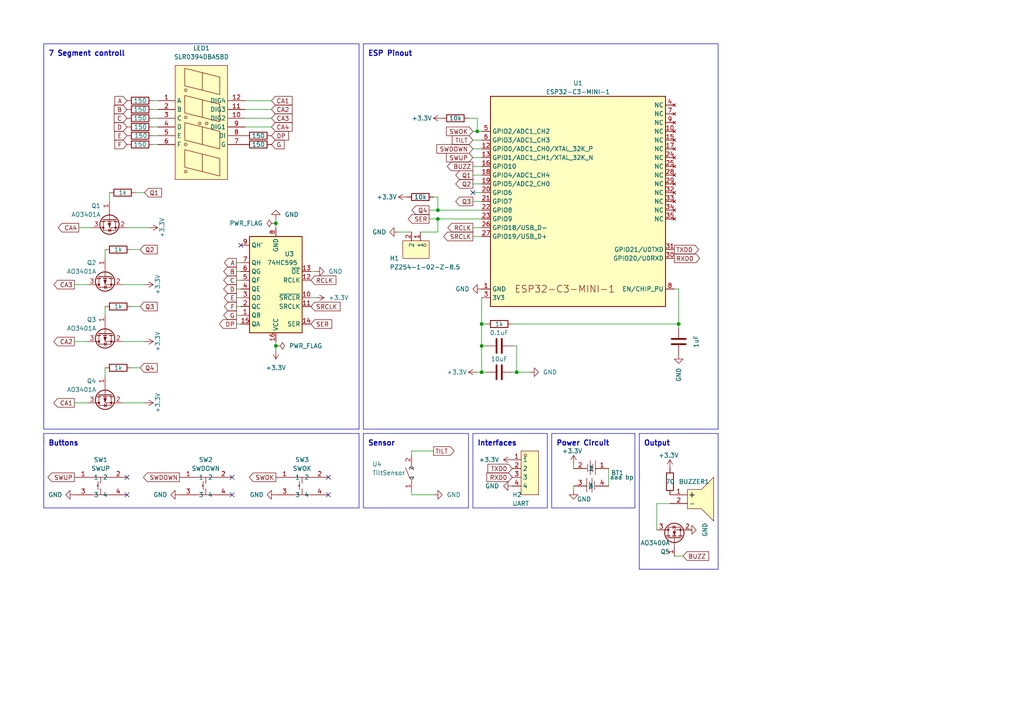
<source format=kicad_sch>
(kicad_sch (version 20230121) (generator eeschema)
  (paper "A4")
  (title_block (title "WildClock") (date "2023-02-17") (rev "0.1"))
  (lib_symbols
    (symbol "74xx:74HC595"
      (property "Reference" "U" (at -7.62 13.97 0))
      (property "Value" "74HC595" (at -7.62 -16.51 0))
      (symbol "74HC595_1_0"
        (pin tri_state line (at 10.16 7.62 180) (length 2.54) (name "QB") (number "1"))
        (pin input line (at -10.16 2.54 0) (length 2.54) (name "~{SRCLR}") (number "10"))
        (pin input line (at -10.16 5.08 0) (length 2.54) (name "SRCLK") (number "11"))
        (pin input line (at -10.16 -2.54 0) (length 2.54) (name "RCLK") (number "12"))
        (pin input line (at -10.16 -5.08 0) (length 2.54) (name "~{OE}") (number "13"))
        (pin input line (at -10.16 10.16 0) (length 2.54) (name "SER") (number "14"))
        (pin tri_state line (at 10.16 10.16 180) (length 2.54) (name "QA") (number "15"))
        (pin power_in line (at 0 15.24 270) (length 2.54) (name "VCC") (number "16"))
        (pin tri_state line (at 10.16 5.08 180) (length 2.54) (name "QC") (number "2"))
        (pin tri_state line (at 10.16 2.54 180) (length 2.54) (name "QD") (number "3"))
        (pin tri_state line (at 10.16 0 180) (length 2.54) (name "QE") (number "4"))
        (pin tri_state line (at 10.16 -2.54 180) (length 2.54) (name "QF") (number "5"))
        (pin tri_state line (at 10.16 -5.08 180) (length 2.54) (name "QG") (number "6"))
        (pin tri_state line (at 10.16 -7.62 180) (length 2.54) (name "QH") (number "7"))
        (pin power_in line (at 0 -17.78 90) (length 2.54) (name "GND") (number "8"))
        (pin output line (at 10.16 -12.7 180) (length 2.54) (name "QH'") (number "9"))
      )
      (symbol "74HC595_1_1"
        (rectangle (start -7.62 12.7) (end 7.62 -15.24) (stroke (width 0.254)) (fill (type background)))
      )
    )
    (symbol "Device:C" (pin_numbers hide) (pin_names (offset 0.254))
      (property "Reference" "C" (at 0.635 2.54 0))
      (property "Value" "C" (at 0.635 -2.54 0))
      (symbol "C_0_1"
        (polyline (pts (xy -2.032 -0.762) (xy 2.032 -0.762)) (stroke (width 0.508)))
        (polyline (pts (xy -2.032 0.762) (xy 2.032 0.762)) (stroke (width 0.508)))
      )
      (symbol "C_1_1"
        (pin passive line (at 0 3.81 270) (length 2.794) (name "~") (number "1"))
        (pin passive line (at 0 -3.81 90) (length 2.794) (name "~") (number "2"))
      )
    )
    (symbol "Device:R" (pin_numbers hide) (pin_names (offset 0))
      (property "Reference" "R" (at 2.032 0 90))
      (property "Value" "R" (at 0 0 90))
      (symbol "R_0_1"
        (rectangle (start -1.016 -2.54) (end 1.016 2.54) (stroke (width 0.254)))
      )
      (symbol "R_1_1"
        (pin passive line (at 0 3.81 270) (length 1.27) (name "~") (number "1"))
        (pin passive line (at 0 -3.81 90) (length 1.27) (name "~") (number "2"))
      )
    )
    (symbol "Espressif:ESP32-C3-MINI-1"
      (property "Reference" "U1" (at 0 34.29 0))
      (property "Value" "ESP32-C3-MINI-1" (at 0 31.75 0))
      (symbol "ESP32-C3-MINI-1_0_0"
        (text "ESP32-C3-MINI-1" (at -3.81 -25.4 0) (effects (font (size 2 2))))
      )
      (symbol "ESP32-C3-MINI-1_0_1"
        (rectangle (start -25.4 30.48) (end 25.4 -30.48) (stroke (width 0.254)) (fill (type background)))
      )
      (symbol "ESP32-C3-MINI-1_1_1"
        (pin power_in line (at -27.94 -25.4 0) (length 2.54) (name "GND") (number "1"))
        (pin no_connect line (at 27.94 20.32 180) (length 2.54) (name "NC") (number "10"))
        (pin bidirectional line (at -27.94 15.24 0) (length 2.54) (name "GPIO0/ADC1_CH0/XTAL_32K_P") (number "12"))
        (pin bidirectional line (at -27.94 12.7 0) (length 2.54) (name "GPIO1/ADC1_CH1/XTAL_32K_N") (number "13"))
        (pin no_connect line (at 27.94 17.78 180) (length 2.54) (name "NC") (number "15"))
        (pin bidirectional line (at -27.94 10.16 0) (length 2.54) (name "GPIO10") (number "16"))
        (pin no_connect line (at 27.94 15.24 180) (length 2.54) (name "NC") (number "17"))
        (pin bidirectional line (at -27.94 7.62 0) (length 2.54) (name "GPIO4/ADC1_CH4") (number "18"))
        (pin bidirectional line (at -27.94 5.08 0) (length 2.54) (name "GPIO5/ADC2_CH0") (number "19"))
        (pin passive line (at -27.94 -25.4 0) (length 2.54) hide (name "GND") (number "2"))
        (pin bidirectional line (at -27.94 2.54 0) (length 2.54) (name "GPIO6") (number "20"))
        (pin bidirectional line (at -27.94 0 0) (length 2.54) (name "GPIO7") (number "21"))
        (pin bidirectional line (at -27.94 -2.54 0) (length 2.54) (name "GPIO8") (number "22"))
        (pin bidirectional line (at -27.94 -5.08 0) (length 2.54) (name "GPIO9") (number "23"))
        (pin no_connect line (at 27.94 12.7 180) (length 2.54) (name "NC") (number "24"))
        (pin no_connect line (at 27.94 10.16 180) (length 2.54) (name "NC") (number "25"))
        (pin bidirectional line (at -27.94 -7.62 0) (length 2.54) (name "GPIO18/USB_D-") (number "26"))
        (pin bidirectional line (at -27.94 -10.16 0) (length 2.54) (name "GPIO19/USB_D+") (number "27"))
        (pin no_connect line (at 27.94 7.62 180) (length 2.54) (name "NC") (number "28"))
        (pin no_connect line (at 27.94 5.08 180) (length 2.54) (name "NC") (number "29"))
        (pin power_in line (at -27.94 -27.94 0) (length 2.54) (name "3V3") (number "3"))
        (pin bidirectional line (at 27.94 -16.51 180) (length 2.54) (name "GPIO20/U0RXD") (number "30"))
        (pin bidirectional line (at 27.94 -13.97 180) (length 2.54) (name "GPIO21/U0TXD") (number "31"))
        (pin no_connect line (at 27.94 2.54 180) (length 2.54) (name "NC") (number "32"))
        (pin no_connect line (at 27.94 0 180) (length 2.54) (name "NC") (number "33"))
        (pin no_connect line (at 27.94 -2.54 180) (length 2.54) (name "NC") (number "34"))
        (pin no_connect line (at 27.94 -5.08 180) (length 2.54) (name "NC") (number "35"))
        (pin passive line (at -27.94 -25.4 0) (length 2.54) hide (name "GND") (number "36"))
        (pin passive line (at -27.94 -25.4 0) (length 2.54) hide (name "GND") (number "37"))
        (pin passive line (at -27.94 -25.4 0) (length 2.54) hide (name "GND") (number "38"))
        (pin passive line (at -27.94 -25.4 0) (length 2.54) hide (name "GND") (number "39"))
        (pin no_connect line (at 27.94 27.94 180) (length 2.54) (name "NC") (number "4"))
        (pin passive line (at -27.94 -25.4 0) (length 2.54) hide (name "GND") (number "40"))
        (pin passive line (at -27.94 -25.4 0) (length 2.54) hide (name "GND") (number "41"))
        (pin passive line (at -27.94 -25.4 0) (length 2.54) hide (name "GND") (number "42"))
        (pin passive line (at -27.94 -25.4 0) (length 2.54) hide (name "GND") (number "43"))
        (pin passive line (at -27.94 -25.4 0) (length 2.54) hide (name "GND") (number "44"))
        (pin passive line (at -27.94 -25.4 0) (length 2.54) hide (name "GND") (number "45"))
        (pin passive line (at -27.94 -25.4 0) (length 2.54) hide (name "GND") (number "46"))
        (pin passive line (at -27.94 -25.4 0) (length 2.54) hide (name "GND") (number "47"))
        (pin passive line (at -27.94 -25.4 0) (length 2.54) hide (name "GND") (number "48"))
        (pin passive line (at -27.94 -25.4 0) (length 2.54) hide (name "GND") (number "49"))
        (pin bidirectional line (at -27.94 20.32 0) (length 2.54) (name "GPIO2/ADC1_CH2") (number "5"))
        (pin passive line (at -27.94 -25.4 0) (length 2.54) hide (name "GND") (number "50"))
        (pin passive line (at -27.94 -25.4 0) (length 2.54) hide (name "GND") (number "51"))
        (pin passive line (at -27.94 -25.4 0) (length 2.54) hide (name "GND") (number "52"))
        (pin passive line (at -27.94 -25.4 0) (length 2.54) hide (name "GND") (number "53"))
        (pin bidirectional line (at -27.94 17.78 0) (length 2.54) (name "GPIO3/ADC1_CH3") (number "6"))
        (pin no_connect line (at 27.94 25.4 180) (length 2.54) (name "NC") (number "7"))
        (pin input line (at 27.94 -25.4 180) (length 2.54) (name "EN/CHIP_PU") (number "8"))
        (pin no_connect line (at 27.94 22.86 180) (length 2.54) (name "NC") (number "9"))
      )
    )
    (symbol "Transistor_FET:AO3400A" (pin_names hide)
      (property "Reference" "Q" (at 5.08 1.905 0))
      (property "Value" "AO3400A" (at 5.08 0 0))
      (symbol "AO3400A_0_1"
        (polyline (pts (xy 0.254 0) (xy -2.54 0)))
        (polyline (pts (xy 0.254 1.905) (xy 0.254 -1.905)) (stroke (width 0.254)))
        (polyline (pts (xy 0.762 -1.27) (xy 0.762 -2.286)) (stroke (width 0.254)))
        (polyline (pts (xy 0.762 0.508) (xy 0.762 -0.508)) (stroke (width 0.254)))
        (polyline (pts (xy 0.762 2.286) (xy 0.762 1.27)) (stroke (width 0.254)))
        (polyline (pts (xy 2.54 2.54) (xy 2.54 1.778)))
        (polyline (pts (xy 2.54 -2.54) (xy 2.54 0) (xy 0.762 0)))
        (polyline (pts (xy 0.762 -1.778) (xy 3.302 -1.778) (xy 3.302 1.778) (xy 0.762 1.778)))
        (polyline (pts (xy 1.016 0) (xy 2.032 0.381) (xy 2.032 -0.381) (xy 1.016 0)) (fill (type outline)))
        (polyline (pts (xy 2.794 0.508) (xy 2.921 0.381) (xy 3.683 0.381) (xy 3.81 0.254)))
        (polyline (pts (xy 3.302 0.381) (xy 2.921 -0.254) (xy 3.683 -0.254) (xy 3.302 0.381)))
        (circle (center 1.651 0) (radius 2.794) (stroke (width 0.254)))
        (circle (center 2.54 -1.778) (radius 0.254) (fill (type outline)))
        (circle (center 2.54 1.778) (radius 0.254) (fill (type outline)))
      )
      (symbol "AO3400A_1_1"
        (pin input line (at -5.08 0 0) (length 2.54) (name "G") (number "1"))
        (pin passive line (at 2.54 -5.08 90) (length 2.54) (name "S") (number "2"))
        (pin passive line (at 2.54 5.08 270) (length 2.54) (name "D") (number "3"))
      )
    )
    (symbol "Transistor_FET:AO3401A" (pin_names hide)
      (property "Reference" "Q" (at 5.08 1.905 0))
      (property "Value" "AO3401A" (at 5.08 0 0))
      (symbol "AO3401A_0_1"
        (polyline (pts (xy 0.254 0) (xy -2.54 0)))
        (polyline (pts (xy 0.254 1.905) (xy 0.254 -1.905)) (stroke (width 0.254)))
        (polyline (pts (xy 0.762 -1.27) (xy 0.762 -2.286)) (stroke (width 0.254)))
        (polyline (pts (xy 0.762 0.508) (xy 0.762 -0.508)) (stroke (width 0.254)))
        (polyline (pts (xy 0.762 2.286) (xy 0.762 1.27)) (stroke (width 0.254)))
        (polyline (pts (xy 2.54 2.54) (xy 2.54 1.778)))
        (polyline (pts (xy 2.54 -2.54) (xy 2.54 0) (xy 0.762 0)))
        (polyline (pts (xy 0.762 1.778) (xy 3.302 1.778) (xy 3.302 -1.778) (xy 0.762 -1.778)))
        (polyline (pts (xy 2.286 0) (xy 1.27 0.381) (xy 1.27 -0.381) (xy 2.286 0)) (fill (type outline)))
        (polyline (pts (xy 2.794 -0.508) (xy 2.921 -0.381) (xy 3.683 -0.381) (xy 3.81 -0.254)))
        (polyline (pts (xy 3.302 -0.381) (xy 2.921 0.254) (xy 3.683 0.254) (xy 3.302 -0.381)))
        (circle (center 1.651 0) (radius 2.794) (stroke (width 0.254)))
        (circle (center 2.54 -1.778) (radius 0.254) (fill (type outline)))
        (circle (center 2.54 1.778) (radius 0.254) (fill (type outline)))
      )
      (symbol "AO3401A_1_1"
        (pin input line (at -5.08 0 0) (length 2.54) (name "G") (number "1"))
        (pin passive line (at 2.54 -5.08 90) (length 2.54) (name "S") (number "2"))
        (pin passive line (at 2.54 5.08 270) (length 2.54) (name "D") (number "3"))
      )
    )
    (symbol "easyeda2kicad:BH-AAA-B5AA001"
      (property "Reference" "BT" (at 0 7.62 0))
      (property "Value" "BH-AAA-B5AA001" (at 0 -7.62 0))
      (symbol "BH-AAA-B5AA001_0_1"
        (polyline (pts (xy -1.27 -0.25) (xy -1.27 -4.32)))
        (polyline (pts (xy -1.02 3.81) (xy -1.02 1.52)))
        (polyline (pts (xy -0.51 -1.27) (xy -0.51 -3.56)))
        (polyline (pts (xy -0.25 4.83) (xy -0.25 0.76)))
        (polyline (pts (xy 0.25 -0.25) (xy 0.25 -4.32)))
        (polyline (pts (xy 0.51 3.81) (xy 0.51 1.52)))
        (polyline (pts (xy 1.02 -1.27) (xy 1.02 -3.56)))
        (polyline (pts (xy 1.27 4.83) (xy 1.27 0.76)))
        (pin input line (at 5.08 2.54 180) (length 3.81) (name "1") (number "1"))
        (pin input line (at -5.08 2.54 0) (length 3.81) (name "2") (number "2"))
        (pin input line (at -5.08 -2.54 0) (length 3.81) (name "3") (number "3"))
        (pin input line (at 5.08 -2.54 180) (length 3.81) (name "4") (number "4"))
      )
    )
    (symbol "easyeda2kicad:GMC1209YB-25R2048"
      (property "Reference" "BUZZER" (at 0 5.08 0))
      (property "Value" "GMC1209YB-25R2048" (at 0 -7.62 0))
      (symbol "GMC1209YB-25R2048_0_1"
        (polyline (pts (xy 1.27 0.76) (xy 1.27 -0.76)))
        (polyline (pts (xy 2.03 0) (xy 0.51 0)))
        (polyline (pts (xy 4.06 -4.06) (xy 0 -4.06) (xy 0 1.52) (xy 4.06 1.52) (xy 7.62 5.08) (xy 7.62 -7.62) (xy 4.06 -4.06)) (fill (type background)))
        (pin unspecified line (at -5.08 0 0) (length 5.08) (name "+") (number "1"))
        (pin unspecified line (at -5.08 -2.54 0) (length 5.08) (name "-") (number "2"))
      )
    )
    (symbol "easyeda2kicad:PZ254-1-02-Z-8.5"
      (property "Reference" "H" (at 0 6.35 0))
      (property "Value" "PZ254-1-02-Z-8.5" (at 0 -6.35 0))
      (symbol "PZ254-1-02-Z-8.5_0_1"
        (rectangle (start -2.54 3.81) (end 2.54 -3.81) (fill (type background)))
        (circle (center -1.27 2.54) (radius 0.38))
        (pin unspecified line (at -5.08 1.27 0) (length 2.54) (name "1") (number "1"))
        (pin unspecified line (at -5.08 -1.27 0) (length 2.54) (name "2") (number "2"))
      )
    )
    (symbol "easyeda2kicad:PZ254-1-04-Z-8.5"
      (property "Reference" "H" (at 0 8.89 0))
      (property "Value" "PZ254-1-04-Z-8.5" (at 0 -8.89 0))
      (symbol "PZ254-1-04-Z-8.5_0_1"
        (rectangle (start -2.54 6.35) (end 2.54 -6.35) (fill (type background)))
        (circle (center -1.27 5.08) (radius 0.38))
        (pin unspecified line (at -5.08 3.81 0) (length 2.54) (name "1") (number "1"))
        (pin unspecified line (at -5.08 1.27 0) (length 2.54) (name "2") (number "2"))
        (pin unspecified line (at -5.08 -1.27 0) (length 2.54) (name "3") (number "3"))
        (pin unspecified line (at -5.08 -3.81 0) (length 2.54) (name "4") (number "4"))
      )
    )
    (symbol "easyeda2kicad:SLR0394DBA5BD"
      (property "Reference" "LED" (at 0 17.78 0))
      (property "Value" "SLR0394DBA5BD" (at 0 -17.78 0))
      (symbol "SLR0394DBA5BD_0_1"
        (rectangle (start -17.78 7.62) (end 15.24 -7.62) (fill (type background)))
        (circle (center -10.67 -4.57) (radius 0.38))
        (circle (center -2.79 -4.57) (radius 0.38))
        (circle (center -1.02 -0.51) (radius 0.38))
        (circle (center -1.02 1.52) (radius 0.38))
        (polyline (pts (xy -15.75 0.25) (xy -10.67 0.25)))
        (polyline (pts (xy -7.87 0.25) (xy -2.79 0.25)))
        (polyline (pts (xy 0 0.25) (xy 5.08 0.25)))
        (polyline (pts (xy 7.87 0.25) (xy 12.95 0.25)))
        (polyline (pts (xy -14.48 5.33) (xy -9.4 5.33) (xy -11.94 -4.83) (xy -17.02 -4.83) (xy -14.48 5.33)) (fill (type background)))
        (polyline (pts (xy -6.6 5.33) (xy -1.52 5.33) (xy -4.06 -4.83) (xy -9.14 -4.83) (xy -6.6 5.33)) (fill (type background)))
        (polyline (pts (xy 1.27 5.33) (xy 6.35 5.33) (xy 3.81 -4.83) (xy -1.27 -4.83) (xy 1.27 5.33)) (fill (type background)))
        (polyline (pts (xy 9.14 5.33) (xy 14.22 5.33) (xy 11.68 -4.83) (xy 6.6 -4.83) (xy 9.14 5.33)) (fill (type background)))
        (circle (center 5.08 -4.57) (radius 0.38))
        (circle (center 12.95 -4.57) (radius 0.38))
        (pin unspecified line (at -7.62 -12.7 90) (length 5.08) (name "A") (number "1"))
        (pin unspecified line (at -2.54 12.7 270) (length 5.08) (name "DIG2") (number "10"))
        (pin unspecified line (at -5.08 12.7 270) (length 5.08) (name "DIG3") (number "11"))
        (pin unspecified line (at -7.62 12.7 270) (length 5.08) (name "DIG4") (number "12"))
        (pin unspecified line (at -5.08 -12.7 90) (length 5.08) (name "B") (number "2"))
        (pin unspecified line (at -2.54 -12.7 90) (length 5.08) (name "C") (number "3"))
        (pin unspecified line (at 0 -12.7 90) (length 5.08) (name "D") (number "4"))
        (pin unspecified line (at 2.54 -12.7 90) (length 5.08) (name "E") (number "5"))
        (pin unspecified line (at 5.08 -12.7 90) (length 5.08) (name "F") (number "6"))
        (pin unspecified line (at 5.08 12.7 270) (length 5.08) (name "G") (number "7"))
        (pin unspecified line (at 2.54 12.7 270) (length 5.08) (name "DI") (number "8"))
        (pin unspecified line (at 0 12.7 270) (length 5.08) (name "DIG1") (number "9"))
      )
    )
    (symbol "easyeda2kicad:SW-520DS-AB12G"
      (property "Reference" "U" (at 0 5.08 0))
      (property "Value" "SW-520DS-AB12G" (at 0 -5.08 0))
      (symbol "SW-520DS-AB12G_0_1"
        (circle (center -1.52 0) (radius 0.38))
        (polyline (pts (xy -2.03 0) (xy -2.54 0)))
        (polyline (pts (xy -1.52 0.51) (xy 1.52 1.78)))
        (polyline (pts (xy 2.03 0) (xy 2.54 0)))
        (circle (center 1.52 0) (radius 0.38))
        (pin unspecified line (at -5.08 0 0) (length 2.54) (name "1") (number "1"))
        (pin unspecified line (at 5.08 0 180) (length 2.54) (name "2") (number "2"))
      )
    )
    (symbol "easyeda2kicad:TS-1002-10526"
      (property "Reference" "SW" (at 0 7.62 0))
      (property "Value" "TS-1002-10526" (at 0 -7.62 0))
      (symbol "TS-1002-10526_0_1"
        (polyline (pts (xy -2.54 -2.54) (xy 2.54 -2.54)))
        (polyline (pts (xy -2.54 2.54) (xy 2.54 2.54)))
        (polyline (pts (xy -0.76 1.27) (xy -0.76 -1.02)))
        (polyline (pts (xy 0 -2.54) (xy 0 -0.76)))
        (polyline (pts (xy 0 1.52) (xy 0 0.76)))
        (polyline (pts (xy 0 2.54) (xy 0 1.52)))
        (polyline (pts (xy -0.76 0.25) (xy -1.02 0.25) (xy -1.02 0) (xy -0.76 0)))
        (pin unspecified line (at -7.62 2.54 0) (length 5.08) (name "1") (number "1"))
        (pin unspecified line (at 7.62 2.54 180) (length 5.08) (name "2") (number "2"))
        (pin unspecified line (at -7.62 -2.54 0) (length 5.08) (name "3") (number "3"))
        (pin unspecified line (at 7.62 -2.54 180) (length 5.08) (name "4") (number "4"))
      )
    )
    (symbol "power:+3.3V" (power) (pin_names (offset 0))
      (property "Value" "+3.3V" (at 0 3.556 0))
      (symbol "+3.3V_0_1"
        (polyline (pts (xy -0.762 1.27) (xy 0 2.54)))
        (polyline (pts (xy 0 0) (xy 0 2.54)))
        (polyline (pts (xy 0 2.54) (xy 0.762 1.27)))
      )
      (symbol "+3.3V_1_1"
        (pin power_in line (at 0 0 90) (length 0) hide (name "+3.3V") (number "1"))
      )
    )
    (symbol "power:GND" (power) (pin_names (offset 0))
      (property "Value" "GND" (at 0 -3.81 0))
      (symbol "GND_0_1"
        (polyline (pts (xy 0 0) (xy 0 -1.27) (xy 1.27 -1.27) (xy 0 -2.54) (xy -1.27 -1.27) (xy 0 -1.27)))
      )
      (symbol "GND_1_1"
        (pin power_in line (at 0 0 270) (length 0) hide (name "GND") (number "1"))
      )
    )
    (symbol "power:PWR_FLAG" (power) (pin_numbers hide) (pin_names (offset 0) hide)
      (property "Value" "PWR_FLAG" (at 0 3.81 0))
      (symbol "PWR_FLAG_0_0"
        (pin power_out line (at 0 0 90) (length 0) (name "pwr") (number "1"))
      )
      (symbol "PWR_FLAG_0_1"
        (polyline (pts (xy 0 0) (xy 0 1.27) (xy -1.016 1.905) (xy 0 2.54) (xy 1.016 1.905) (xy 0 1.27)))
      )
    )
  )
  (junction (at 139.7 107.95))
  (junction (at 127 63.5))
  (junction (at 139.7 93.98))
  (junction (at 80.01 64.77))
  (junction (at 139.7 100.33))
  (junction (at 127 60.96))
  (junction (at 80.01 100.33))
  (junction (at 196.85 93.98))
  (junction (at 138.43 38.1))
  (junction (at 149.86 107.95))
  (no_connect (at 67.31 143.51))
  (no_connect (at 36.83 143.51))
  (no_connect (at 95.25 143.51))
  (no_connect (at 36.83 138.43))
  (no_connect (at 67.31 138.43))
  (no_connect (at 95.25 138.43))
  (no_connect (at 137.16 55.88))
  (no_connect (at 69.85 71.12))
  (wire (pts (xy 43.18 66.04) (xy 36.83 66.04)))
  (wire (pts (xy 149.86 107.95) (xy 153.67 107.95)))
  (wire (pts (xy 31.75 55.88) (xy 31.75 58.42)))
  (wire (pts (xy 90.17 78.74) (xy 91.44 78.74)))
  (polyline (pts (xy 160.02 147.32) (xy 184.15 147.32)))
  (polyline (pts (xy 12.7 124.46) (xy 104.14 124.46)))
  (wire (pts (xy 140.97 100.33) (xy 139.7 100.33)))
  (polyline (pts (xy 160.02 125.73) (xy 184.15 125.73)))
  (wire (pts (xy 137.16 45.72) (xy 139.7 45.72)))
  (polyline (pts (xy 104.14 124.46) (xy 104.14 12.7)))
  (wire (pts (xy 44.45 39.37) (xy 45.72 39.37)))
  (wire (pts (xy 68.58 93.98) (xy 69.85 93.98)))
  (polyline (pts (xy 105.41 12.7) (xy 208.28 12.7)))
  (wire (pts (xy 149.86 107.95) (xy 148.59 107.95)))
  (wire (pts (xy 196.85 83.82) (xy 196.85 93.98)))
  (wire (pts (xy 200.66 153.67) (xy 199.39 153.67)))
  (wire (pts (xy 119.38 142.24) (xy 119.38 143.51)))
  (wire (pts (xy 78.74 31.75) (xy 71.12 31.75)))
  (wire (pts (xy 68.58 76.2) (xy 69.85 76.2)))
  (polyline (pts (xy 208.28 124.46) (xy 208.28 12.7)))
  (wire (pts (xy 30.48 72.39) (xy 30.48 74.93)))
  (wire (pts (xy 140.97 107.95) (xy 139.7 107.95)))
  (wire (pts (xy 121.92 67.31) (xy 127 67.31)))
  (polyline (pts (xy 137.16 125.73) (xy 158.75 125.73)))
  (wire (pts (xy 139.7 100.33) (xy 139.7 107.95)))
  (wire (pts (xy 80.01 100.33) (xy 80.01 99.06)))
  (wire (pts (xy 138.43 38.1) (xy 139.7 38.1)))
  (polyline (pts (xy 208.28 165.1) (xy 208.28 125.73)))
  (wire (pts (xy 25.4 99.06) (xy 21.59 99.06)))
  (polyline (pts (xy 185.42 125.73) (xy 185.42 165.1)))
  (wire (pts (xy 25.4 116.84) (xy 21.59 116.84)))
  (wire (pts (xy 195.58 83.82) (xy 196.85 83.82)))
  (wire (pts (xy 44.45 41.91) (xy 45.72 41.91)))
  (wire (pts (xy 119.38 143.51) (xy 125.73 143.51)))
  (wire (pts (xy 137.16 50.8) (xy 139.7 50.8)))
  (wire (pts (xy 125.73 57.15) (xy 127 57.15)))
  (polyline (pts (xy 12.7 127) (xy 12.7 147.32)))
  (wire (pts (xy 41.91 82.55) (xy 35.56 82.55)))
  (polyline (pts (xy 105.41 125.73) (xy 135.89 125.73)))
  (polyline (pts (xy 137.16 125.73) (xy 137.16 147.32)))
  (wire (pts (xy 138.43 107.95) (xy 139.7 107.95)))
  (wire (pts (xy 127 57.15) (xy 127 60.96)))
  (wire (pts (xy 78.74 34.29) (xy 71.12 34.29)))
  (wire (pts (xy 124.46 60.96) (xy 127 60.96)))
  (wire (pts (xy 26.67 66.04) (xy 22.86 66.04)))
  (polyline (pts (xy 104.14 125.73) (xy 12.7 125.73)))
  (polyline (pts (xy 158.75 147.32) (xy 158.75 125.73)))
  (wire (pts (xy 127 67.31) (xy 127 63.5)))
  (wire (pts (xy 137.16 66.04) (xy 139.7 66.04)))
  (wire (pts (xy 124.46 63.5) (xy 127 63.5)))
  (polyline (pts (xy 104.14 12.7) (xy 12.7 12.7)))
  (wire (pts (xy 137.16 43.18) (xy 139.7 43.18)))
  (polyline (pts (xy 12.7 12.7) (xy 12.7 16.51)))
  (wire (pts (xy 68.58 86.36) (xy 69.85 86.36)))
  (polyline (pts (xy 185.42 125.73) (xy 208.28 125.73)))
  (wire (pts (xy 44.45 29.21) (xy 45.72 29.21)))
  (wire (pts (xy 137.16 48.26) (xy 139.7 48.26)))
  (wire (pts (xy 137.16 53.34) (xy 139.7 53.34)))
  (wire (pts (xy 166.37 134.62) (xy 166.37 135.89)))
  (wire (pts (xy 68.58 83.82) (xy 69.85 83.82)))
  (wire (pts (xy 139.7 86.36) (xy 139.7 93.98)))
  (wire (pts (xy 80.01 63.5) (xy 80.01 64.77)))
  (polyline (pts (xy 105.41 125.73) (xy 105.41 147.32)))
  (wire (pts (xy 149.86 100.33) (xy 148.59 100.33)))
  (wire (pts (xy 119.38 132.08) (xy 119.38 130.81)))
  (wire (pts (xy 30.48 106.68) (xy 30.48 109.22)))
  (wire (pts (xy 44.45 36.83) (xy 45.72 36.83)))
  (wire (pts (xy 38.1 88.9) (xy 40.64 88.9)))
  (wire (pts (xy 148.59 93.98) (xy 196.85 93.98)))
  (wire (pts (xy 140.97 93.98) (xy 139.7 93.98)))
  (wire (pts (xy 194.31 146.05) (xy 190.5 146.05)))
  (wire (pts (xy 137.16 58.42) (xy 139.7 58.42)))
  (wire (pts (xy 198.12 161.29) (xy 195.58 161.29)))
  (wire (pts (xy 137.16 55.88) (xy 139.7 55.88)))
  (polyline (pts (xy 12.7 16.51) (xy 12.7 124.46)))
  (wire (pts (xy 78.74 29.21) (xy 71.12 29.21)))
  (wire (pts (xy 25.4 82.55) (xy 21.59 82.55)))
  (wire (pts (xy 30.48 88.9) (xy 30.48 91.44)))
  (wire (pts (xy 78.74 36.83) (xy 71.12 36.83)))
  (wire (pts (xy 68.58 81.28) (xy 69.85 81.28)))
  (polyline (pts (xy 12.7 147.32) (xy 104.14 147.32)))
  (wire (pts (xy 119.38 130.81) (xy 125.73 130.81)))
  (wire (pts (xy 127 63.5) (xy 139.7 63.5)))
  (wire (pts (xy 68.58 88.9) (xy 69.85 88.9)))
  (wire (pts (xy 41.91 116.84) (xy 35.56 116.84)))
  (wire (pts (xy 190.5 146.05) (xy 190.5 153.67)))
  (wire (pts (xy 115.57 67.31) (xy 119.38 67.31)))
  (wire (pts (xy 137.16 68.58) (xy 139.7 68.58)))
  (wire (pts (xy 137.16 40.64) (xy 139.7 40.64)))
  (polyline (pts (xy 135.89 147.32) (xy 135.89 125.73)))
  (polyline (pts (xy 137.16 147.32) (xy 158.75 147.32)))
  (polyline (pts (xy 105.41 124.46) (xy 208.28 124.46)))
  (wire (pts (xy 68.58 91.44) (xy 69.85 91.44)))
  (wire (pts (xy 139.7 93.98) (xy 139.7 100.33)))
  (polyline (pts (xy 104.14 147.32) (xy 104.14 125.73)))
  (polyline (pts (xy 185.42 165.1) (xy 208.28 165.1)))
  (wire (pts (xy 135.89 34.29) (xy 138.43 34.29)))
  (polyline (pts (xy 12.7 125.73) (xy 12.7 128.27)))
  (wire (pts (xy 44.45 31.75) (xy 45.72 31.75)))
  (polyline (pts (xy 184.15 147.32) (xy 184.15 125.73)))
  (wire (pts (xy 90.17 86.36) (xy 91.44 86.36)))
  (wire (pts (xy 127 60.96) (xy 139.7 60.96)))
  (wire (pts (xy 38.1 72.39) (xy 40.64 72.39)))
  (wire (pts (xy 68.58 78.74) (xy 69.85 78.74)))
  (wire (pts (xy 80.01 101.6) (xy 80.01 100.33)))
  (wire (pts (xy 39.37 55.88) (xy 41.91 55.88)))
  (polyline (pts (xy 105.41 147.32) (xy 135.89 147.32)))
  (wire (pts (xy 137.16 38.1) (xy 138.43 38.1)))
  (polyline (pts (xy 160.02 125.73) (xy 160.02 147.32)))
  (wire (pts (xy 176.53 135.89) (xy 176.53 140.97)))
  (wire (pts (xy 44.45 34.29) (xy 45.72 34.29)))
  (wire (pts (xy 138.43 34.29) (xy 138.43 38.1)))
  (wire (pts (xy 80.01 64.77) (xy 80.01 66.04)))
  (wire (pts (xy 166.37 140.97) (xy 166.37 142.24)))
  (wire (pts (xy 149.86 100.33) (xy 149.86 107.95)))
  (wire (pts (xy 196.85 95.25) (xy 196.85 93.98)))
  (polyline (pts (xy 105.41 12.7) (xy 105.41 124.46)))
  (wire (pts (xy 38.1 106.68) (xy 40.64 106.68)))
  (wire (pts (xy 41.91 99.06) (xy 35.56 99.06)))
  (text "ESP Pinout" (at 106.68 16.51 0) (effects (font (size 1.5 1.5) (thickness 0.3) bold) (justify left bottom)))
  (text "Power Circuit" (at 161.29 129.54 0) (effects (font (size 1.5 1.5) bold) (justify left bottom)))
  (text "Buttons" (at 13.97 129.54 0) (effects (font (size 1.5 1.5) bold) (justify left bottom)))
  (text "7 Segment controll" (at 13.97 16.51 0) (effects (font (size 1.5 1.5) (thickness 0.3) bold) (justify left bottom)))
  (text "Output" (at 186.69 129.54 0) (effects (font (size 1.5 1.5) bold) (justify left bottom)))
  (text "Interfaces\n" (at 138.43 129.54 0) (effects (font (size 1.5 1.5) bold) (justify left bottom)))
  (text "Sensor" (at 106.68 129.54 0) (effects (font (size 1.5 1.5) bold) (justify left bottom)))
  (global_label "CA2" (shape output) (at 21.59 99.06 180) (property "Intersheetrefs" "${INTERSHEET_REFS}" (effects hide)))
  (global_label "SWOK" (shape input) (at 137.16 38.1 180) (property "Intersheetrefs" "${INTERSHEET_REFS}" (effects hide)))
  (global_label "RCLK" (shape output) (at 137.16 66.04 180) (property "Intersheetrefs" "${INTERSHEET_REFS}" (effects hide)))
  (global_label "RXD0" (shape input) (at 148.59 138.43 180) (property "Intersheetrefs" "${INTERSHEET_REFS}" (effects hide)))
  (global_label "TXD0" (shape output) (at 195.58 72.39 0) (property "Intersheetrefs" "${INTERSHEET_REFS}" (effects hide)))
  (global_label "CA4" (shape output) (at 22.86 66.04 180) (property "Intersheetrefs" "${INTERSHEET_REFS}" (effects hide)))
  (global_label "Q1" (shape input) (at 41.91 55.88 0) (property "Intersheetrefs" "${INTERSHEET_REFS}" (effects hide)))
  (global_label "CA4" (shape input) (at 78.74 36.83 0) (property "Intersheetrefs" "${INTERSHEET_REFS}" (effects hide)))
  (global_label "TXD0" (shape input) (at 148.59 135.89 180) (property "Intersheetrefs" "${INTERSHEET_REFS}" (effects hide)))
  (global_label "A" (shape output) (at 68.58 76.2 180) (property "Intersheetrefs" "${INTERSHEET_REFS}" (effects hide)))
  (global_label "SWUP" (shape output) (at 21.59 138.43 180) (property "Intersheetrefs" "${INTERSHEET_REFS}" (effects hide)))
  (global_label "CA3" (shape input) (at 78.74 34.29 0) (property "Intersheetrefs" "${INTERSHEET_REFS}" (effects hide)))
  (global_label "SWDOWN" (shape input) (at 137.16 43.18 180) (property "Intersheetrefs" "${INTERSHEET_REFS}" (effects hide)))
  (global_label "A" (shape input) (at 36.83 29.21 180) (property "Intersheetrefs" "${INTERSHEET_REFS}" (effects hide)))
  (global_label "CA2" (shape input) (at 78.74 31.75 0) (property "Intersheetrefs" "${INTERSHEET_REFS}" (effects hide)))
  (global_label "RCLK" (shape input) (at 90.17 81.28 0) (property "Intersheetrefs" "${INTERSHEET_REFS}" (effects hide)))
  (global_label "Q3" (shape input) (at 40.64 88.9 0) (property "Intersheetrefs" "${INTERSHEET_REFS}" (effects hide)))
  (global_label "F" (shape input) (at 36.83 41.91 180) (property "Intersheetrefs" "${INTERSHEET_REFS}" (effects hide)))
  (global_label "Q1" (shape output) (at 137.16 50.8 180) (property "Intersheetrefs" "${INTERSHEET_REFS}" (effects hide)))
  (global_label "BUZZ" (shape input) (at 198.12 161.29 0) (property "Intersheetrefs" "${INTERSHEET_REFS}" (effects hide)))
  (global_label "C" (shape output) (at 68.58 81.28 180) (property "Intersheetrefs" "${INTERSHEET_REFS}" (effects hide)))
  (global_label "G" (shape output) (at 68.58 91.44 180) (property "Intersheetrefs" "${INTERSHEET_REFS}" (effects hide)))
  (global_label "Q4" (shape input) (at 40.64 106.68 0) (property "Intersheetrefs" "${INTERSHEET_REFS}" (effects hide)))
  (global_label "F" (shape output) (at 68.58 88.9 180) (property "Intersheetrefs" "${INTERSHEET_REFS}" (effects hide)))
  (global_label "TILT" (shape output) (at 125.73 130.81 0) (property "Intersheetrefs" "${INTERSHEET_REFS}" (effects hide)))
  (global_label "B" (shape input) (at 36.83 31.75 180) (property "Intersheetrefs" "${INTERSHEET_REFS}" (effects hide)))
  (global_label "SER" (shape input) (at 90.17 93.98 0) (property "Intersheetrefs" "${INTERSHEET_REFS}" (effects hide)))
  (global_label "DP" (shape input) (at 78.74 39.37 0) (property "Intersheetrefs" "${INTERSHEET_REFS}" (effects hide)))
  (global_label "CA3" (shape output) (at 21.59 82.55 180) (property "Intersheetrefs" "${INTERSHEET_REFS}" (effects hide)))
  (global_label "Q2" (shape input) (at 40.64 72.39 0) (property "Intersheetrefs" "${INTERSHEET_REFS}" (effects hide)))
  (global_label "SRCLK" (shape output) (at 137.16 68.58 180) (property "Intersheetrefs" "${INTERSHEET_REFS}" (effects hide)))
  (global_label "E" (shape output) (at 68.58 86.36 180) (property "Intersheetrefs" "${INTERSHEET_REFS}" (effects hide)))
  (global_label "SRCLK" (shape input) (at 90.17 88.9 0) (property "Intersheetrefs" "${INTERSHEET_REFS}" (effects hide)))
  (global_label "E" (shape input) (at 36.83 39.37 180) (property "Intersheetrefs" "${INTERSHEET_REFS}" (effects hide)))
  (global_label "B" (shape output) (at 68.58 78.74 180) (property "Intersheetrefs" "${INTERSHEET_REFS}" (effects hide)))
  (global_label "TILT" (shape input) (at 137.16 40.64 180) (property "Intersheetrefs" "${INTERSHEET_REFS}" (effects hide)))
  (global_label "RXD0" (shape output) (at 195.58 74.93 0) (property "Intersheetrefs" "${INTERSHEET_REFS}" (effects hide)))
  (global_label "D" (shape input) (at 36.83 36.83 180) (property "Intersheetrefs" "${INTERSHEET_REFS}" (effects hide)))
  (global_label "BUZZ" (shape output) (at 137.16 48.26 180) (property "Intersheetrefs" "${INTERSHEET_REFS}" (effects hide)))
  (global_label "C" (shape input) (at 36.83 34.29 180) (property "Intersheetrefs" "${INTERSHEET_REFS}" (effects hide)))
  (global_label "G" (shape input) (at 78.74 41.91 0) (property "Intersheetrefs" "${INTERSHEET_REFS}" (effects hide)))
  (global_label "CA1" (shape output) (at 21.59 116.84 180) (property "Intersheetrefs" "${INTERSHEET_REFS}" (effects hide)))
  (global_label "Q3" (shape output) (at 137.16 58.42 180) (property "Intersheetrefs" "${INTERSHEET_REFS}" (effects hide)))
  (global_label "SER" (shape output) (at 124.46 63.5 180) (property "Intersheetrefs" "${INTERSHEET_REFS}" (effects hide)))
  (global_label "SWDOWN" (shape output) (at 52.07 138.43 180) (property "Intersheetrefs" "${INTERSHEET_REFS}" (effects hide)))
  (global_label "Q4" (shape output) (at 124.46 60.96 180) (property "Intersheetrefs" "${INTERSHEET_REFS}" (effects hide)))
  (global_label "D" (shape output) (at 68.58 83.82 180) (property "Intersheetrefs" "${INTERSHEET_REFS}" (effects hide)))
  (global_label "SWOK" (shape output) (at 80.01 138.43 180) (property "Intersheetrefs" "${INTERSHEET_REFS}" (effects hide)))
  (global_label "SWUP" (shape input) (at 137.16 45.72 180) (property "Intersheetrefs" "${INTERSHEET_REFS}" (effects hide)))
  (global_label "CA1" (shape input) (at 78.74 29.21 0) (property "Intersheetrefs" "${INTERSHEET_REFS}" (effects hide)))
  (global_label "Q2" (shape output) (at 137.16 53.34 180) (property "Intersheetrefs" "${INTERSHEET_REFS}" (effects hide)))
  (global_label "DP" (shape output) (at 68.58 93.98 180) (property "Intersheetrefs" "${INTERSHEET_REFS}" (effects hide)))
  (symbol (lib_id "power:GND") (at 153.67 107.95 90) (unit 1)
    (property "Reference" "#PWR023" (effects hide))
    (property "Value" "GND" (at 157.48 107.9499 90) (effects (justify right)))
  )
  (symbol (lib_id "power:PWR_FLAG") (at 80.01 100.33 270) (unit 1)
    (property "Reference" "#FLG02" (effects hide))
    (property "Value" "PWR_FLAG" (at 83.82 100.3299 90) (effects (justify left)))
  )
  (symbol (lib_id "easyeda2kicad:TS-1002-10526") (at 59.69 140.97 0) (unit 1)
    (property "Reference" "SW2" (at 59.69 133.35 0))
    (property "Value" "SWDOWN" (at 59.69 135.89 0))
    (property "Footprint" "easyeda2kicad:SW-TH_4P-L6.0-W6.0-P4.50-LS6.5" (effects hide))
    (property "Datasheet" "https://lcsc.com/product-detail/Tactile-Switches_XUNPU-TS-1002-10526_C455102.html" (effects hide))
    (property "Manufacturer" "XUNPU(讯普)" (effects hide))
    (property "LCSC Part" "C455102" (effects hide))
    (property "JLC Part" "Extended Part" (effects hide))
  )
  (symbol (lib_id "easyeda2kicad:SW-520DS-AB12G") (at 119.38 137.16 90) (unit 1)
    (property "Reference" "U4" (at 107.95 134.62 90) (effects (justify right)))
    (property "Value" "TiltSensor" (at 107.95 137.16 90) (effects (justify right)))
    (property "Footprint" "easyeda2kicad:SENSOR-TH_SW-520DS-AB12G" (effects hide))
    (property "Manufacturer" "XKB Connectivity(中国星坤)" (effects hide))
    (property "LCSC Part" "C2905288" (effects hide))
    (property "JLC Part" "Extended Part" (effects hide))
  )
  (symbol (lib_id "Device:R") (at 40.64 36.83 270) (unit 1)
    (property "Reference" "R10" (effects hide))
    (property "Value" "150" (at 40.7168 36.83 90))
    (property "Footprint" "Resistor_SMD:R_0805_2012Metric" (effects hide))
  )
  (symbol (lib_id "power:+3.3V") (at 41.91 82.55 270) (unit 1)
    (property "Reference" "#PWR06" (effects hide))
    (property "Value" "+3.3V" (at 45.72 82.55 0))
  )
  (symbol (lib_id "Device:R") (at 34.29 72.39 90) (unit 1)
    (property "Reference" "R3" (effects hide))
    (property "Value" "1k" (at 34.29 72.39 90))
    (property "Footprint" "Resistor_SMD:R_0805_2012Metric" (effects hide))
  )
  (symbol (lib_id "Device:R") (at 40.64 29.21 270) (unit 1)
    (property "Reference" "R7" (effects hide))
    (property "Value" "150" (at 40.64 29.21 90))
    (property "Footprint" "Resistor_SMD:R_0805_2012Metric" (effects hide))
  )
  (symbol (lib_id "Device:R") (at 74.93 41.91 90) (unit 1)
    (property "Reference" "R13" (effects hide))
    (property "Value" "150" (at 74.93 41.91 90))
    (property "Footprint" "Resistor_SMD:R_0805_2012Metric" (effects hide))
  )
  (symbol (lib_id "Transistor_FET:AO3401A") (at 31.75 63.5 90) (mirror x) (unit 1)
    (property "Reference" "Q1" (at 29.21 59.69 90) (effects (justify left)))
    (property "Value" "AO3401A" (at 29.21 62.23 90) (effects (justify left)))
    (property "Footprint" "Package_TO_SOT_SMD:SOT-23" (effects hide))
    (property "Datasheet" "http://www.aosmd.com/pdfs/datasheet/AO3401A.pdf" (effects hide))
  )
  (symbol (lib_id "easyeda2kicad:BH-AAA-B5AA001") (at 171.45 138.43 0) (unit 1)
    (property "Reference" "BT1" (at 179.07 137.16 0))
    (property "Value" "aaa bp" (at 180.34 138.43 0))
    (property "Footprint" "easyeda2kicad:BAT-SMD_BH-AAA-B5AA001" (effects hide))
    (property "Manufacturer" "MYOUNG(美阳)" (effects hide))
    (property "LCSC Part" "C964881" (effects hide))
    (property "JLC Part" "Extended Part" (effects hide))
  )
  (symbol (lib_id "power:GND") (at 148.59 140.97 270) (unit 1)
    (property "Reference" "#PWR018" (effects hide))
    (property "Value" "GND" (at 144.78 140.9701 90) (effects (justify right)))
  )
  (symbol (lib_id "power:GND") (at 115.57 67.31 270) (mirror x) (unit 1)
    (property "Reference" "#PWR017" (effects hide))
    (property "Value" "GND" (at 107.95 67.31 90) (effects (justify left)))
  )
  (symbol (lib_id "power:PWR_FLAG") (at 80.01 64.77 90) (unit 1)
    (property "Reference" "#FLG01" (effects hide))
    (property "Value" "PWR_FLAG" (at 76.2 64.7699 90) (effects (justify left)))
  )
  (symbol (lib_id "power:+3.3V") (at 91.44 86.36 270) (unit 1)
    (property "Reference" "#PWR015" (effects hide))
    (property "Value" "+3.3V" (at 95.25 86.3599 90) (effects (justify left)))
  )
  (symbol (lib_id "Device:R") (at 34.29 106.68 90) (unit 1)
    (property "Reference" "R5" (effects hide))
    (property "Value" "1k" (at 34.29 106.68 90))
    (property "Footprint" "Resistor_SMD:R_0805_2012Metric" (effects hide))
  )
  (symbol (lib_id "power:+3.3V") (at 43.18 66.04 270) (unit 1)
    (property "Reference" "#PWR04" (effects hide))
    (property "Value" "+3.3V" (at 46.99 66.04 0))
  )
  (symbol (lib_id "power:GND") (at 80.01 63.5 180) (unit 1)
    (property "Reference" "#PWR011" (effects hide))
    (property "Value" "GND" (at 82.55 62.2299 0) (effects (justify right)))
  )
  (symbol (lib_id "Device:R") (at 40.64 39.37 270) (unit 1)
    (property "Reference" "R11" (effects hide))
    (property "Value" "150" (at 40.8327 39.37 90))
    (property "Footprint" "Resistor_SMD:R_0805_2012Metric" (effects hide))
  )
  (symbol (lib_id "Transistor_FET:AO3401A") (at 30.48 96.52 90) (mirror x) (unit 1)
    (property "Reference" "Q3" (at 27.94 92.71 90) (effects (justify left)))
    (property "Value" "AO3401A" (at 27.94 95.25 90) (effects (justify left)))
    (property "Footprint" "Package_TO_SOT_SMD:SOT-23" (effects hide))
    (property "Datasheet" "http://www.aosmd.com/pdfs/datasheet/AO3401A.pdf" (effects hide))
  )
  (symbol (lib_id "easyeda2kicad:TS-1002-10526") (at 29.21 140.97 0) (unit 1)
    (property "Reference" "SW1" (at 29.21 133.35 0))
    (property "Value" "SWUP" (at 29.21 135.89 0))
    (property "Footprint" "easyeda2kicad:SW-TH_4P-L6.0-W6.0-P4.50-LS6.5" (effects hide))
    (property "Datasheet" "https://lcsc.com/product-detail/Tactile-Switches_XUNPU-TS-1002-10526_C455102.html" (effects hide))
    (property "Manufacturer" "XUNPU(讯普)" (effects hide))
    (property "LCSC Part" "C455102" (effects hide))
    (property "JLC Part" "Extended Part" (effects hide))
  )
  (symbol (lib_id "Transistor_FET:AO3400A") (at 195.58 156.21 90) (unit 1)
    (property "Reference" "Q5" (at 194.31 160.02 90) (effects (justify left)))
    (property "Value" "AO3400A" (at 194.31 157.48 90) (effects (justify left)))
    (property "Footprint" "Package_TO_SOT_SMD:SOT-23" (effects hide))
    (property "Datasheet" "http://www.aosmd.com/pdfs/datasheet/AO3400A.pdf" (effects hide))
  )
  (symbol (lib_id "power:+3.3V") (at 166.37 134.62 0) (unit 1)
    (property "Reference" "#PWR024" (effects hide))
    (property "Value" "+3.3V" (at 168.91 130.81 0) (effects (justify right)))
  )
  (symbol (lib_id "74xx:74HC595") (at 80.01 83.82 180) (unit 1)
    (property "Reference" "U3" (at 82.55 73.66 0) (effects (justify right)))
    (property "Value" "74HC595" (at 77.47 76.2 0) (effects (justify right)))
    (property "Footprint" "easyeda2kicad:SOIC-16_L9.9-W3.9-P1.27-LS6.0-BL" (effects hide))
    (property "Datasheet" "http://www.ti.com/lit/ds/symlink/sn74hc595.pdf" (effects hide))
  )
  (symbol (lib_id "easyeda2kicad:PZ254-1-02-Z-8.5") (at 120.65 72.39 270) (unit 1)
    (property "Reference" "H1" (at 113.03 74.93 90) (effects (justify left)))
    (property "Value" "PZ254-1-02-Z-8.5" (at 113.03 77.47 90) (effects (justify left)))
    (property "Footprint" "easyeda2kicad:HDR-TH_2P-P2.54-V-M" (effects hide))
    (property "Manufacturer" "HCTL(华灿天禄)" (effects hide))
    (property "LCSC Part" "C2894925" (effects hide))
    (property "JLC Part" "Extended Part" (effects hide))
  )
  (symbol (lib_id "Espressif:ESP32-C3-MINI-1") (at 167.64 58.42 0) (unit 1)
    (property "Reference" "U1" (at 167.64 24.13 0))
    (property "Value" "ESP32-C3-MINI-1" (at 167.64 26.67 0))
    (property "Footprint" "Espressif:ESP32-C3-MINI-1" (effects hide))
    (property "Datasheet" "https://www.espressif.com/sites/default/files/documentation/esp32-c3-mini-1_datasheet_en.pdf" (effects hide))
  )
  (symbol (lib_id "Device:R") (at 34.29 88.9 90) (unit 1)
    (property "Reference" "R4" (effects hide))
    (property "Value" "1k" (at 34.29 88.9 90))
    (property "Footprint" "Resistor_SMD:R_0805_2012Metric" (effects hide))
  )
  (symbol (lib_id "easyeda2kicad:PZ254-1-04-Z-8.5") (at 153.67 137.16 0) (unit 1)
    (property "Reference" "H2" (at 148.59 143.51 0) (effects (justify left)))
    (property "Value" "UART" (at 148.59 146.05 0) (effects (justify left)))
    (property "Footprint" "easyeda2kicad:HDR-TH_4P-P2.54-V-M" (effects hide))
    (property "Datasheet" "https://www.lcsc.com/product-detail/Pin-Headers_HCTL-PZ200-1-04-Z_C2905950.html" (effects hide))
    (property "Manufacturer" "HCTL(华灿天禄)" (effects hide))
    (property "LCSC Part" "C2894927" (effects hide))
    (property "JLC Part" "Extended Part" (effects hide))
  )
  (symbol (lib_id "power:+3.3V") (at 80.01 101.6 180) (unit 1)
    (property "Reference" "#PWR016" (effects hide))
    (property "Value" "+3.3V" (at 80.01 106.68 0))
  )
  (symbol (lib_id "Device:R") (at 132.08 34.29 270) (unit 1)
    (property "Reference" "R16" (effects hide))
    (property "Value" "10k" (at 132.08 34.29 90))
    (property "Footprint" "Resistor_SMD:R_0805_2012Metric" (effects hide))
  )
  (symbol (lib_id "power:+3.3V") (at 138.43 107.95 90) (unit 1)
    (property "Reference" "#PWR022" (effects hide))
    (property "Value" "+3.3V" (at 129.54 107.95 90) (effects (justify right)))
  )
  (symbol (lib_id "power:GND") (at 125.73 143.51 90) (unit 1)
    (property "Reference" "#PWR07" (effects hide))
    (property "Value" "GND" (at 129.54 143.5099 90) (effects (justify right)))
  )
  (symbol (lib_id "power:GND") (at 166.37 142.24 0) (unit 1)
    (property "Reference" "#PWR025" (effects hide))
    (property "Value" "GND" (at 171.45 144.78 0) (effects (justify right)))
  )
  (symbol (lib_id "power:+3.3V") (at 148.59 133.35 90) (unit 1)
    (property "Reference" "#PWR019" (effects hide))
    (property "Value" "+3.3V" (at 144.78 133.3501 90) (effects (justify left)))
  )
  (symbol (lib_id "Device:R") (at 40.64 41.91 270) (unit 1)
    (property "Reference" "R12" (effects hide))
    (property "Value" "150" (at 40.64 41.91 90))
    (property "Footprint" "Resistor_SMD:R_0805_2012Metric" (effects hide))
  )
  (symbol (lib_id "Device:C") (at 144.78 107.95 270) (unit 1)
    (property "Reference" "C1" (effects hide))
    (property "Value" "10uF" (at 144.78 104.14 90))
    (property "Footprint" "Capacitor_SMD:C_0805_2012Metric" (effects hide))
  )
  (symbol (lib_id "Device:R") (at 40.64 31.75 270) (unit 1)
    (property "Reference" "R8" (effects hide))
    (property "Value" "150" (at 40.64 31.75 90))
    (property "Footprint" "Resistor_SMD:R_0805_2012Metric" (effects hide))
  )
  (symbol (lib_id "easyeda2kicad:TS-1002-10526") (at 87.63 140.97 0) (unit 1)
    (property "Reference" "SW3" (at 87.63 133.35 0))
    (property "Value" "SWOK" (at 87.63 135.89 0))
    (property "Footprint" "easyeda2kicad:SW-TH_4P-L6.0-W6.0-P4.50-LS6.5" (effects hide))
    (property "Datasheet" "https://lcsc.com/product-detail/Tactile-Switches_XUNPU-TS-1002-10526_C455102.html" (effects hide))
    (property "Manufacturer" "XUNPU(讯普)" (effects hide))
    (property "LCSC Part" "C455102" (effects hide))
    (property "JLC Part" "Extended Part" (effects hide))
  )
  (symbol (lib_id "Device:R") (at 121.92 57.15 270) (unit 1)
    (property "Reference" "R6" (effects hide))
    (property "Value" "10k" (at 121.92 57.15 90))
    (property "Footprint" "Resistor_SMD:R_0805_2012Metric" (effects hide))
  )
  (symbol (lib_id "power:GND") (at 80.01 143.51 270) (mirror x) (unit 1)
    (property "Reference" "#PWR05" (effects hide))
    (property "Value" "GND" (at 72.39 143.51 90) (effects (justify left)))
  )
  (symbol (lib_id "power:GND") (at 139.7 83.82 270) (unit 1)
    (property "Reference" "#PWR020" (effects hide))
    (property "Value" "GND" (at 132.08 83.82 90) (effects (justify left)))
  )
  (symbol (lib_id "Transistor_FET:AO3401A") (at 30.48 114.3 90) (mirror x) (unit 1)
    (property "Reference" "Q4" (at 27.94 110.49 90) (effects (justify left)))
    (property "Value" "AO3401A" (at 27.94 113.03 90) (effects (justify left)))
    (property "Footprint" "Package_TO_SOT_SMD:SOT-23" (effects hide))
    (property "Datasheet" "http://www.aosmd.com/pdfs/datasheet/AO3401A.pdf" (effects hide))
  )
  (symbol (lib_id "Device:C") (at 196.85 99.06 180) (unit 1)
    (property "Reference" "C3" (effects hide))
    (property "Value" "1uF" (at 201.93 99.06 90))
    (property "Footprint" "Capacitor_SMD:C_0805_2012Metric" (effects hide))
  )
  (symbol (lib_id "Device:R") (at 194.31 139.7 0) (unit 1)
    (property "Reference" "R2" (effects hide))
    (property "Value" "70" (at 193.04 139.7 0) (effects (justify left)))
    (property "Footprint" "Resistor_SMD:R_0805_2012Metric" (effects hide))
  )
  (symbol (lib_id "easyeda2kicad:SLR0394DBA5BD") (at 58.42 36.83 270) (unit 1)
    (property "Reference" "LED1" (at 58.42 13.97 90))
    (property "Value" "SLR0394DBA5BD" (at 58.42 16.51 90))
    (property "Footprint" "easyeda2kicad:LED-SEG-TH_SLR0394DBA5BD" (effects hide))
    (property "Datasheet" "https://lcsc.com/product-detail/Led-Segment-Display_SUNLIGHT-SLR0394DBA5BD_C225903.html" (effects hide))
    (property "Manufacturer" "SUNLIGHT(光华)" (effects hide))
    (property "LCSC Part" "C225903" (effects hide))
    (property "JLC Part" "Extended Part" (effects hide))
  )
  (symbol (lib_id "Transistor_FET:AO3401A") (at 30.48 80.01 90) (mirror x) (unit 1)
    (property "Reference" "Q2" (at 27.94 76.2 90) (effects (justify left)))
    (property "Value" "AO3401A" (at 27.94 78.74 90) (effects (justify left)))
    (property "Footprint" "Package_TO_SOT_SMD:SOT-23" (effects hide))
    (property "Datasheet" "http://www.aosmd.com/pdfs/datasheet/AO3401A.pdf" (effects hide))
  )
  (symbol (lib_id "Device:R") (at 40.64 34.29 270) (unit 1)
    (property "Reference" "R9" (effects hide))
    (property "Value" "150" (at 40.64 34.29 90))
    (property "Footprint" "Resistor_SMD:R_0805_2012Metric" (effects hide))
  )
  (symbol (lib_id "Device:R") (at 144.78 93.98 270) (unit 1)
    (property "Reference" "R15" (effects hide))
    (property "Value" "1k" (at 144.78 93.98 90))
    (property "Footprint" "Resistor_SMD:R_0805_2012Metric" (effects hide))
  )
  (symbol (lib_id "power:GND") (at 199.39 153.67 90) (unit 1)
    (property "Reference" "#PWR01" (effects hide))
    (property "Value" "GND" (at 204.47 153.67 0))
  )
  (symbol (lib_id "power:GND") (at 52.07 143.51 270) (mirror x) (unit 1)
    (property "Reference" "#PWR03" (effects hide))
    (property "Value" "GND" (at 44.45 143.51 90) (effects (justify left)))
  )
  (symbol (lib_id "power:+3.3V") (at 41.91 99.06 270) (unit 1)
    (property "Reference" "#PWR010" (effects hide))
    (property "Value" "+3.3V" (at 45.72 99.06 0))
  )
  (symbol (lib_id "Device:C") (at 144.78 100.33 270) (unit 1)
    (property "Reference" "C2" (effects hide))
    (property "Value" "0.1uF" (at 144.78 96.52 90))
    (property "Footprint" "Capacitor_SMD:C_0805_2012Metric" (effects hide))
  )
  (symbol (lib_id "power:+3.3V") (at 41.91 116.84 270) (unit 1)
    (property "Reference" "#PWR012" (effects hide))
    (property "Value" "+3.3V" (at 45.72 116.84 0))
  )
  (symbol (lib_id "power:+3.3V") (at 194.31 135.89 0) (unit 1)
    (property "Reference" "#PWR08" (effects hide))
    (property "Value" "+3.3V" (at 196.85 132.08 0) (effects (justify right)))
  )
  (symbol (lib_id "power:GND") (at 196.85 102.87 0) (unit 1)
    (property "Reference" "#PWR021" (effects hide))
    (property "Value" "GND" (at 196.8501 106.68 90) (effects (justify right)))
  )
  (symbol (lib_id "power:GND") (at 91.44 78.74 90) (unit 1)
    (property "Reference" "#PWR013" (effects hide))
    (property "Value" "GND" (at 95.25 78.7399 90) (effects (justify right)))
  )
  (symbol (lib_id "power:+3.3V") (at 128.27 34.29 90) (unit 1)
    (property "Reference" "#PWR09" (effects hide))
    (property "Value" "+3.3V" (at 119.38 34.29 90) (effects (justify right)))
  )
  (symbol (lib_id "easyeda2kicad:GMC1209YB-25R2048") (at 199.39 143.51 0) (unit 1)
    (property "Reference" "BUZZER1" (at 196.85 139.7 0) (effects (justify left)))
    (property "Value" "GMC1209YB-25R2048" (effects hide))
    (property "Footprint" "easyeda2kicad:BUZ-TH_BD12.0-P6.50-D0.6-FD" (effects hide))
    (property "Datasheet" "https://lcsc.com/product-detail/Buzzers_INGHAi-GMC1209YB-25R2048_C252921.html" (effects hide))
    (property "Manufacturer" "INGHAi(赢海)" (effects hide))
    (property "LCSC Part" "C252921" (effects hide))
    (property "JLC Part" "Extended Part" (effects hide))
  )
  (symbol (lib_id "power:GND") (at 21.59 143.51 270) (mirror x) (unit 1)
    (property "Reference" "#PWR02" (effects hide))
    (property "Value" "GND" (at 13.97 143.51 90) (effects (justify left)))
  )
  (symbol (lib_id "Device:R") (at 35.56 55.88 90) (unit 1)
    (property "Reference" "R1" (effects hide))
    (property "Value" "1k" (at 35.56 55.88 90))
    (property "Footprint" "Resistor_SMD:R_0805_2012Metric" (effects hide))
  )
  (symbol (lib_id "Device:R") (at 74.93 39.37 90) (unit 1)
    (property "Reference" "R14" (effects hide))
    (property "Value" "150" (at 74.93 39.37 90))
    (property "Footprint" "Resistor_SMD:R_0805_2012Metric" (effects hide))
  )
  (symbol (lib_id "power:+3.3V") (at 118.11 57.15 90) (unit 1)
    (property "Reference" "#PWR014" (effects hide))
    (property "Value" "+3.3V" (at 109.22 57.15 90) (effects (justify right)))
  )
)
</source>
